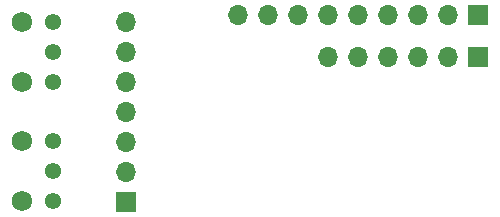
<source format=gbr>
%TF.GenerationSoftware,KiCad,Pcbnew,5.1.10-88a1d61d58~90~ubuntu20.04.1*%
%TF.CreationDate,2021-08-01T07:07:47+02:00*%
%TF.ProjectId,chalkie,6368616c-6b69-4652-9e6b-696361645f70,v1.00*%
%TF.SameCoordinates,Original*%
%TF.FileFunction,Soldermask,Bot*%
%TF.FilePolarity,Negative*%
%FSLAX46Y46*%
G04 Gerber Fmt 4.6, Leading zero omitted, Abs format (unit mm)*
G04 Created by KiCad (PCBNEW 5.1.10-88a1d61d58~90~ubuntu20.04.1) date 2021-08-01 07:07:47*
%MOMM*%
%LPD*%
G01*
G04 APERTURE LIST*
%ADD10C,1.725000*%
%ADD11C,1.381250*%
%ADD12C,1.381000*%
%ADD13O,1.700000X1.700000*%
%ADD14R,1.700000X1.700000*%
G04 APERTURE END LIST*
D10*
%TO.C,U2*%
X133590000Y-107590000D03*
X133590000Y-102510000D03*
D11*
X136210000Y-107590000D03*
X136210000Y-105050000D03*
X136210000Y-102510000D03*
%TD*%
D10*
%TO.C,U3*%
X133590000Y-97490000D03*
X133590000Y-92410000D03*
D12*
X136210000Y-97490000D03*
X136210000Y-94950000D03*
X136210000Y-92410000D03*
%TD*%
D13*
%TO.C,J1*%
X151880000Y-91800000D03*
X154420000Y-91800000D03*
X156960000Y-91800000D03*
X159500000Y-91800000D03*
X162040000Y-91800000D03*
X164580000Y-91800000D03*
X167120000Y-91800000D03*
X169660000Y-91800000D03*
D14*
X172200000Y-91800000D03*
%TD*%
%TO.C,J2*%
X142400000Y-107620000D03*
D13*
X142400000Y-105080000D03*
X142400000Y-102540000D03*
X142400000Y-100000000D03*
X142400000Y-97460000D03*
X142400000Y-94920000D03*
X142400000Y-92380000D03*
%TD*%
D14*
%TO.C,J3*%
X172200000Y-95390000D03*
D13*
X169660000Y-95390000D03*
X167120000Y-95390000D03*
X164580000Y-95390000D03*
X162040000Y-95390000D03*
X159500000Y-95390000D03*
%TD*%
M02*

</source>
